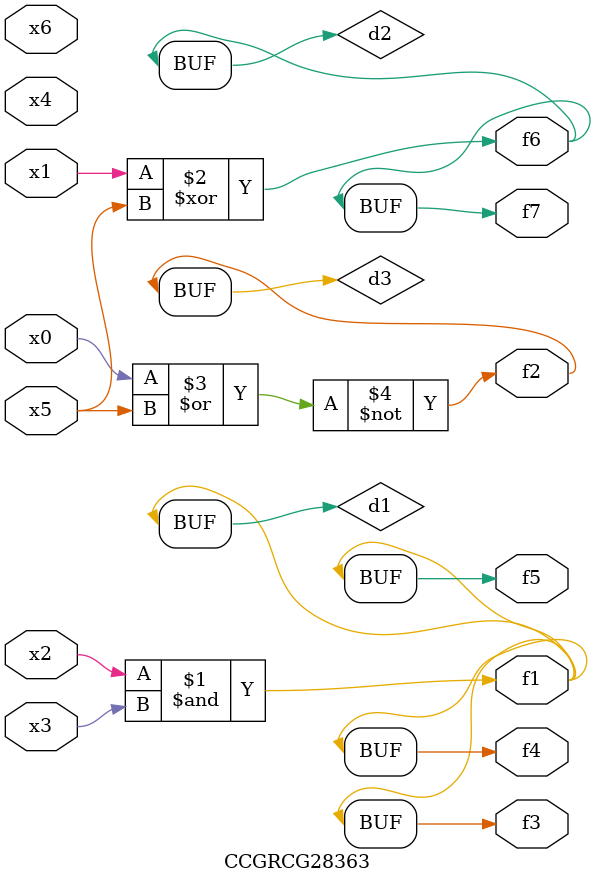
<source format=v>
module CCGRCG28363(
	input x0, x1, x2, x3, x4, x5, x6,
	output f1, f2, f3, f4, f5, f6, f7
);

	wire d1, d2, d3;

	and (d1, x2, x3);
	xor (d2, x1, x5);
	nor (d3, x0, x5);
	assign f1 = d1;
	assign f2 = d3;
	assign f3 = d1;
	assign f4 = d1;
	assign f5 = d1;
	assign f6 = d2;
	assign f7 = d2;
endmodule

</source>
